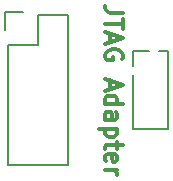
<source format=gto>
G04 #@! TF.FileFunction,Legend,Top*
%FSLAX46Y46*%
G04 Gerber Fmt 4.6, Leading zero omitted, Abs format (unit mm)*
G04 Created by KiCad (PCBNEW 4.0.3-stable) date Thursday, December 22, 2016 'PMt' 07:44:13 PM*
%MOMM*%
%LPD*%
G01*
G04 APERTURE LIST*
%ADD10C,0.100000*%
%ADD11C,0.300000*%
%ADD12C,0.150000*%
%ADD13R,1.253200X1.253200*%
%ADD14C,1.253200*%
%ADD15R,1.503200X1.503200*%
%ADD16C,1.503200*%
%ADD17C,1.403200*%
G04 APERTURE END LIST*
D10*
D11*
X135441429Y-97604286D02*
X134370000Y-97604286D01*
X134155714Y-97532858D01*
X134012857Y-97390001D01*
X133941429Y-97175715D01*
X133941429Y-97032858D01*
X135441429Y-98104286D02*
X135441429Y-98961429D01*
X133941429Y-98532858D02*
X135441429Y-98532858D01*
X134370000Y-99390000D02*
X134370000Y-100104286D01*
X133941429Y-99247143D02*
X135441429Y-99747143D01*
X133941429Y-100247143D01*
X135370000Y-101532857D02*
X135441429Y-101390000D01*
X135441429Y-101175714D01*
X135370000Y-100961429D01*
X135227143Y-100818571D01*
X135084286Y-100747143D01*
X134798571Y-100675714D01*
X134584286Y-100675714D01*
X134298571Y-100747143D01*
X134155714Y-100818571D01*
X134012857Y-100961429D01*
X133941429Y-101175714D01*
X133941429Y-101318571D01*
X134012857Y-101532857D01*
X134084286Y-101604286D01*
X134584286Y-101604286D01*
X134584286Y-101318571D01*
X134370000Y-103318571D02*
X134370000Y-104032857D01*
X133941429Y-103175714D02*
X135441429Y-103675714D01*
X133941429Y-104175714D01*
X133941429Y-105318571D02*
X135441429Y-105318571D01*
X134012857Y-105318571D02*
X133941429Y-105175714D01*
X133941429Y-104890000D01*
X134012857Y-104747142D01*
X134084286Y-104675714D01*
X134227143Y-104604285D01*
X134655714Y-104604285D01*
X134798571Y-104675714D01*
X134870000Y-104747142D01*
X134941429Y-104890000D01*
X134941429Y-105175714D01*
X134870000Y-105318571D01*
X133941429Y-106675714D02*
X134727143Y-106675714D01*
X134870000Y-106604285D01*
X134941429Y-106461428D01*
X134941429Y-106175714D01*
X134870000Y-106032857D01*
X134012857Y-106675714D02*
X133941429Y-106532857D01*
X133941429Y-106175714D01*
X134012857Y-106032857D01*
X134155714Y-105961428D01*
X134298571Y-105961428D01*
X134441429Y-106032857D01*
X134512857Y-106175714D01*
X134512857Y-106532857D01*
X134584286Y-106675714D01*
X134941429Y-107390000D02*
X133441429Y-107390000D01*
X134870000Y-107390000D02*
X134941429Y-107532857D01*
X134941429Y-107818571D01*
X134870000Y-107961428D01*
X134798571Y-108032857D01*
X134655714Y-108104286D01*
X134227143Y-108104286D01*
X134084286Y-108032857D01*
X134012857Y-107961428D01*
X133941429Y-107818571D01*
X133941429Y-107532857D01*
X134012857Y-107390000D01*
X134941429Y-108532857D02*
X134941429Y-109104286D01*
X135441429Y-108747143D02*
X134155714Y-108747143D01*
X134012857Y-108818571D01*
X133941429Y-108961429D01*
X133941429Y-109104286D01*
X134012857Y-110175714D02*
X133941429Y-110032857D01*
X133941429Y-109747143D01*
X134012857Y-109604286D01*
X134155714Y-109532857D01*
X134727143Y-109532857D01*
X134870000Y-109604286D01*
X134941429Y-109747143D01*
X134941429Y-110032857D01*
X134870000Y-110175714D01*
X134727143Y-110247143D01*
X134584286Y-110247143D01*
X134441429Y-109532857D01*
X133941429Y-110890000D02*
X134941429Y-110890000D01*
X134655714Y-110890000D02*
X134798571Y-110961428D01*
X134870000Y-111032857D01*
X134941429Y-111175714D01*
X134941429Y-111318571D01*
D12*
X139260000Y-100800000D02*
X138460000Y-100800000D01*
X139260000Y-107450000D02*
X139260000Y-100800000D01*
X139260000Y-107450000D02*
X136310000Y-107450000D01*
X136310000Y-107450000D02*
X136310000Y-102900000D01*
X137660000Y-100800000D02*
X136310000Y-100800000D01*
X136310000Y-100800000D02*
X136310000Y-102100000D01*
X130810000Y-97790000D02*
X130810000Y-110490000D01*
X130810000Y-110490000D02*
X125730000Y-110490000D01*
X125730000Y-110490000D02*
X125730000Y-100330000D01*
X130810000Y-97790000D02*
X128270000Y-97790000D01*
X127000000Y-97510000D02*
X125450000Y-97510000D01*
X128270000Y-97790000D02*
X128270000Y-100330000D01*
X128270000Y-100330000D02*
X125730000Y-100330000D01*
X125450000Y-97510000D02*
X125450000Y-99060000D01*
%LPC*%
D13*
X137160000Y-101600000D03*
D14*
X137160000Y-102870000D03*
X137160000Y-104140000D03*
X137160000Y-105410000D03*
X137160000Y-106680000D03*
X138430000Y-102870000D03*
X138430000Y-104140000D03*
X138430000Y-105410000D03*
X138430000Y-106680000D03*
X138430000Y-101600000D03*
D15*
X127000000Y-99060000D03*
D16*
X129540000Y-99060000D03*
X127000000Y-101600000D03*
X129540000Y-101600000D03*
X127000000Y-104140000D03*
X129540000Y-104140000D03*
X127000000Y-106680000D03*
X129540000Y-106680000D03*
X127000000Y-109220000D03*
D17*
X129540000Y-109220000D03*
M02*

</source>
